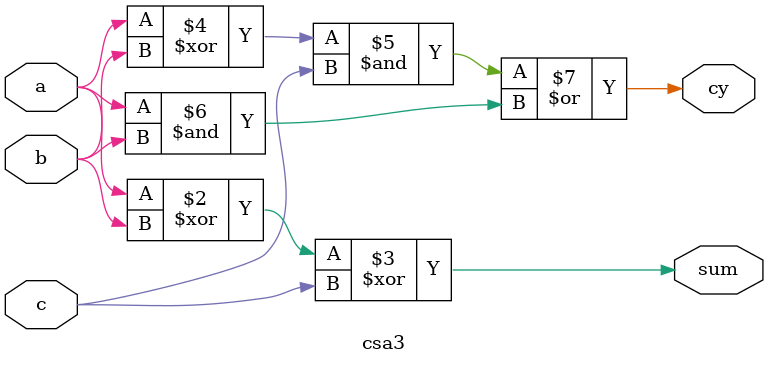
<source format=sv>
/*********************************************************/
// MODULE: 
//
// FILE NAME: csa3.sv 
// VERSION: 0.1
// DATE: 2021-Sep-17 
// AUTHOR: KavinRaj D
//
// CODE TYPE: RTL or Behavioral Level
//
// DESCRIPTION: 3 bit Carry Save Adder
//
/*********************************************************/

module csa3
(
	input a, b, c,
	output logic sum, cy
);

always_comb begin
	sum = a ^ b ^ c;
	cy = (a ^ b)&c | (a&b) ;
end

endmodule

</source>
